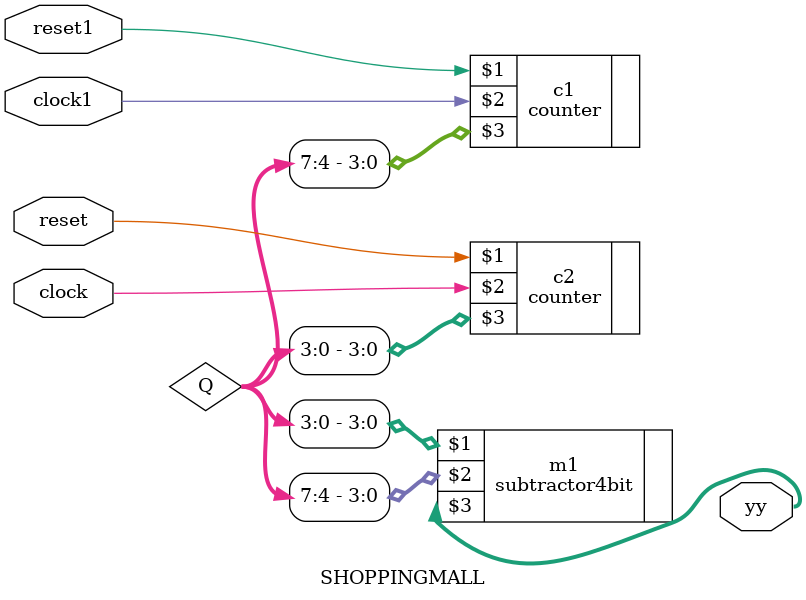
<source format=v>
`timescale 1ns / 1ps
module SHOPPINGMALL(
    input reset1,reset,
    input clock1,clock,
    output reg[3:0] yy
    );
wire[7:0]Q;
counter c1(reset1,clock1,Q[7:4]);
counter c2(reset,clock,Q[3:0]);
subtractor4bit m1(Q[3:0],Q[7:4],yy[3:0]);
endmodule

</source>
